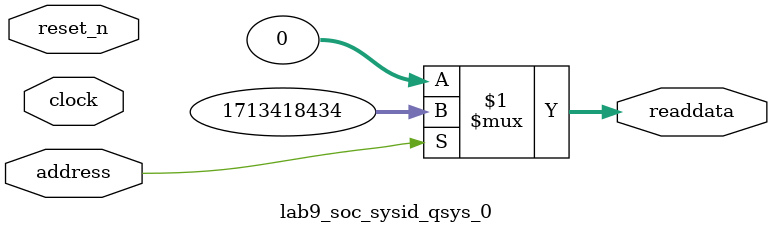
<source format=v>



// synthesis translate_off
`timescale 1ns / 1ps
// synthesis translate_on

// turn off superfluous verilog processor warnings 
// altera message_level Level1 
// altera message_off 10034 10035 10036 10037 10230 10240 10030 

module lab9_soc_sysid_qsys_0 (
               // inputs:
                address,
                clock,
                reset_n,

               // outputs:
                readdata
             )
;

  output  [ 31: 0] readdata;
  input            address;
  input            clock;
  input            reset_n;

  wire    [ 31: 0] readdata;
  //control_slave, which is an e_avalon_slave
  assign readdata = address ? 1713418434 : 0;

endmodule



</source>
